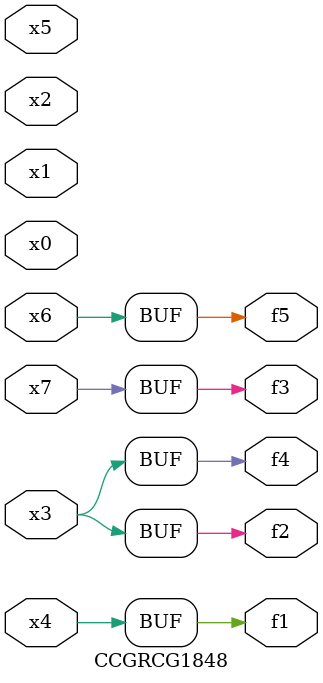
<source format=v>
module CCGRCG1848(
	input x0, x1, x2, x3, x4, x5, x6, x7,
	output f1, f2, f3, f4, f5
);
	assign f1 = x4;
	assign f2 = x3;
	assign f3 = x7;
	assign f4 = x3;
	assign f5 = x6;
endmodule

</source>
